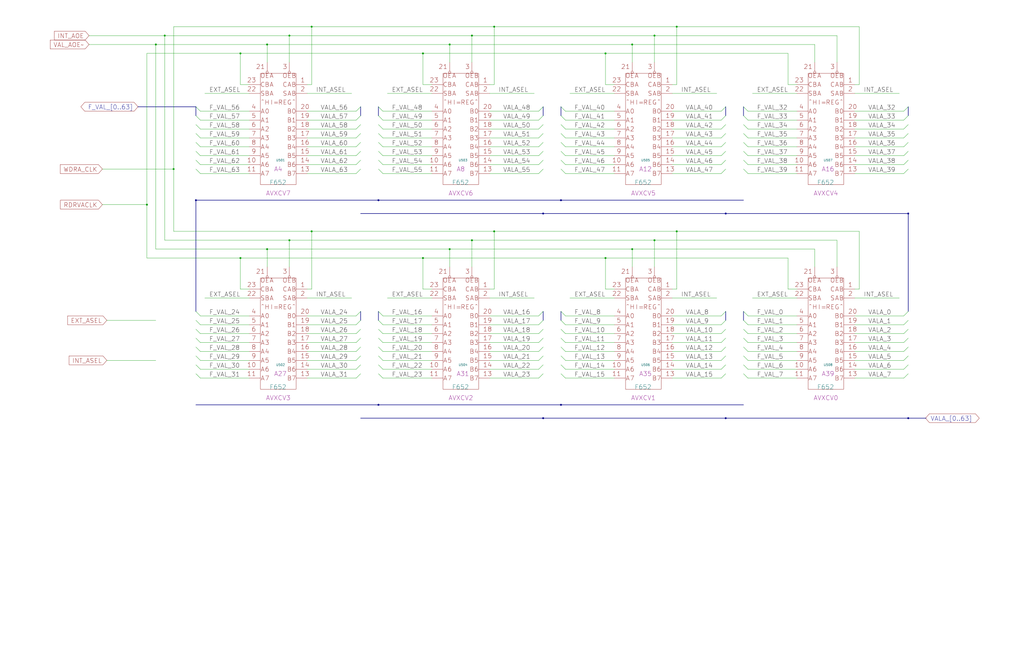
<source format=kicad_sch>
(kicad_sch (version 20210621) (generator eeschema)
  (paper "User" 584.2 378.46)
  (title_block (title "AXCVR\\nVALUE") (date "08-MAR-90") (rev "0.0") (comment 1 "MEM32 BOARD") (comment 2 "232-003066") (comment 3 "S400") (comment 4 "RELEASED"))
  (lib_symbols
    (symbol "r1000:F652" (pin_numbers hide) (pin_names (offset 1.016) hide)
      (property "Reference" "U" (at 2.54 5.08 0))
      (property "Value" "F652" (at -3.81 -7.62 0))
      (property "Location" "___" (at -1.27 0 0))
      (property "Name" "______" (at 1.27 -15.24 0))
      (symbol "F652_1_1"
        (rectangle (start -8.89 54.61) (end 11.43 -8.89))
        (circle (center -5.08 55.245) (radius 0.635))
        (circle (center 7.62 55.245) (radius 0.635))
        (text "0" (at -12.7 5.08 0) (effects (font (size 2.54 2.54))))
        (text "0" (at -5.08 33.02 0) (effects (font (size 2.54 2.54))))
        (text "0" (at 10.16 33.02 0) (effects (font (size 2.54 2.54))))
        (text "0" (at 17.78 35.56 0) (effects (font (size 2.54 2.54))))
        (text "1" (at -15.24 0 0) (effects (font (size 2.54 2.54))))
        (text "1" (at -15.24 5.08 0) (effects (font (size 2.54 2.54))))
        (text "1" (at -12.7 0 0) (effects (font (size 2.54 2.54))))
        (text "1" (at -7.62 58.42 0) (effects (font (size 2.54 2.54))))
        (text "1" (at -5.08 27.94 0) (effects (font (size 2.54 2.54))))
        (text "1" (at 10.16 27.94 0) (effects (font (size 2.54 2.54))))
        (text "1" (at 15.24 0 0) (effects (font (size 2.54 2.54))))
        (text "1" (at 15.24 5.08 0) (effects (font (size 2.54 2.54))))
        (text "1" (at 15.24 10.16 0) (effects (font (size 2.54 2.54))))
        (text "1" (at 15.24 15.24 0) (effects (font (size 2.54 2.54))))
        (text "1" (at 15.24 20.32 0) (effects (font (size 2.54 2.54))))
        (text "1" (at 15.24 25.4 0) (effects (font (size 2.54 2.54))))
        (text "1" (at 15.24 30.48 0) (effects (font (size 2.54 2.54))))
        (text "1" (at 15.24 50.8 0) (effects (font (size 2.54 2.54))))
        (text "2" (at -15.24 45.72 0) (effects (font (size 2.54 2.54))))
        (text "2" (at -15.24 50.8 0) (effects (font (size 2.54 2.54))))
        (text "2" (at -12.7 45.72 0) (effects (font (size 2.54 2.54))))
        (text "2" (at -10.16 58.42 0) (effects (font (size 2.54 2.54))))
        (text "2" (at -5.08 22.86 0) (effects (font (size 2.54 2.54))))
        (text "2" (at 10.16 22.86 0) (effects (font (size 2.54 2.54))))
        (text "2" (at 15.24 35.56 0) (effects (font (size 2.54 2.54))))
        (text "2" (at 15.24 45.72 0) (effects (font (size 2.54 2.54))))
        (text "3" (at -12.7 50.8 0) (effects (font (size 2.54 2.54))))
        (text "3" (at -5.08 17.78 0) (effects (font (size 2.54 2.54))))
        (text "3" (at 5.08 58.42 0) (effects (font (size 2.54 2.54))))
        (text "3" (at 10.16 17.78 0) (effects (font (size 2.54 2.54))))
        (text "3" (at 17.78 0 0) (effects (font (size 2.54 2.54))))
        (text "4" (at -12.7 35.56 0) (effects (font (size 2.54 2.54))))
        (text "4" (at -5.08 12.7 0) (effects (font (size 2.54 2.54))))
        (text "4" (at 10.16 12.7 0) (effects (font (size 2.54 2.54))))
        (text "4" (at 17.78 5.08 0) (effects (font (size 2.54 2.54))))
        (text "5" (at -12.7 30.48 0) (effects (font (size 2.54 2.54))))
        (text "5" (at -5.08 7.62 0) (effects (font (size 2.54 2.54))))
        (text "5" (at 10.16 7.62 0) (effects (font (size 2.54 2.54))))
        (text "5" (at 17.78 10.16 0) (effects (font (size 2.54 2.54))))
        (text "6" (at -12.7 25.4 0) (effects (font (size 2.54 2.54))))
        (text "6" (at -5.08 2.54 0) (effects (font (size 2.54 2.54))))
        (text "6" (at 10.16 2.54 0) (effects (font (size 2.54 2.54))))
        (text "6" (at 17.78 15.24 0) (effects (font (size 2.54 2.54))))
        (text "7" (at -12.7 20.32 0) (effects (font (size 2.54 2.54))))
        (text "7" (at -5.08 -2.54 0) (effects (font (size 2.54 2.54))))
        (text "7" (at 10.16 -2.54 0) (effects (font (size 2.54 2.54))))
        (text "7" (at 17.78 20.32 0) (effects (font (size 2.54 2.54))))
        (text "8" (at -12.7 15.24 0) (effects (font (size 2.54 2.54))))
        (text "8" (at 17.78 25.4 0) (effects (font (size 2.54 2.54))))
        (text "9" (at -12.7 10.16 0) (effects (font (size 2.54 2.54))))
        (text "9" (at 17.78 30.48 0) (effects (font (size 2.54 2.54))))
        (text "=" (at 0 38.1 0) (effects (font (size 2.54 2.54))))
        (text "^" (at -7.62 38.1 0) (effects (font (size 2.54 2.54))))
        (text "^" (at 10.16 38.1 0) (effects (font (size 2.54 2.54))))
        (text "A" (at -7.62 -2.54 0) (effects (font (size 2.54 2.54))))
        (text "A" (at -7.62 2.54 0) (effects (font (size 2.54 2.54))))
        (text "A" (at -7.62 7.62 0) (effects (font (size 2.54 2.54))))
        (text "A" (at -7.62 12.7 0) (effects (font (size 2.54 2.54))))
        (text "A" (at -7.62 17.78 0) (effects (font (size 2.54 2.54))))
        (text "A" (at -7.62 22.86 0) (effects (font (size 2.54 2.54))))
        (text "A" (at -7.62 27.94 0) (effects (font (size 2.54 2.54))))
        (text "A" (at -7.62 33.02 0) (effects (font (size 2.54 2.54))))
        (text "A" (at -2.54 43.18 0) (effects (font (size 2.54 2.54))))
        (text "A" (at -2.54 48.26 0) (effects (font (size 2.54 2.54))))
        (text "A" (at -2.54 53.34 0) (effects (font (size 2.54 2.54))))
        (text "A" (at 7.62 43.18 0) (effects (font (size 2.54 2.54))))
        (text "A" (at 7.62 48.26 0) (effects (font (size 2.54 2.54))))
        (text "B" (at -5.08 43.18 0) (effects (font (size 2.54 2.54))))
        (text "B" (at -5.08 48.26 0) (effects (font (size 2.54 2.54))))
        (text "B" (at 7.62 -2.54 0) (effects (font (size 2.54 2.54))))
        (text "B" (at 7.62 2.54 0) (effects (font (size 2.54 2.54))))
        (text "B" (at 7.62 7.62 0) (effects (font (size 2.54 2.54))))
        (text "B" (at 7.62 12.7 0) (effects (font (size 2.54 2.54))))
        (text "B" (at 7.62 17.78 0) (effects (font (size 2.54 2.54))))
        (text "B" (at 7.62 22.86 0) (effects (font (size 2.54 2.54))))
        (text "B" (at 7.62 27.94 0) (effects (font (size 2.54 2.54))))
        (text "B" (at 7.62 33.02 0) (effects (font (size 2.54 2.54))))
        (text "B" (at 10.16 43.18 0) (effects (font (size 2.54 2.54))))
        (text "B" (at 10.16 48.26 0) (effects (font (size 2.54 2.54))))
        (text "B" (at 10.16 53.34 0) (effects (font (size 2.54 2.54))))
        (text "C" (at -7.62 48.26 0) (effects (font (size 2.54 2.54))))
        (text "C" (at 5.08 48.26 0) (effects (font (size 2.54 2.54))))
        (text "E" (at -5.08 53.34 0) (effects (font (size 2.54 2.54))))
        (text "E" (at 5.08 38.1 0) (effects (font (size 2.54 2.54))))
        (text "E" (at 7.62 53.34 0) (effects (font (size 2.54 2.54))))
        (text "G" (at 7.62 38.1 0) (effects (font (size 2.54 2.54))))
        (text "H" (at -5.08 38.1 0) (effects (font (size 2.54 2.54))))
        (text "I" (at -2.54 38.1 0) (effects (font (size 2.54 2.54))))
        (text "O" (at -7.62 53.34 0) (effects (font (size 2.54 2.54))))
        (text "O" (at 5.08 53.34 0) (effects (font (size 2.54 2.54))))
        (text "R" (at 2.54 38.1 0) (effects (font (size 2.54 2.54))))
        (text "S" (at -7.62 43.18 0) (effects (font (size 2.54 2.54))))
        (text "S" (at 5.08 43.18 0) (effects (font (size 2.54 2.54))))
        (pin input line (at 17.78 48.26 180) (length 6.35) (name "CAB") (number "1"))
        (pin tri_state line (at -15.24 2.54 0) (length 6.35) (name "A6") (number "10"))
        (pin tri_state line (at -15.24 -2.54 0) (length 6.35) (name "A7") (number "11"))
        (pin tri_state line (at 17.78 -2.54 180) (length 6.35) (name "B7") (number "13"))
        (pin tri_state line (at 17.78 2.54 180) (length 6.35) (name "B6") (number "14"))
        (pin tri_state line (at 17.78 7.62 180) (length 6.35) (name "B5") (number "15"))
        (pin tri_state line (at 17.78 12.7 180) (length 6.35) (name "B4") (number "16"))
        (pin tri_state line (at 17.78 17.78 180) (length 6.35) (name "B3") (number "17"))
        (pin tri_state line (at 17.78 22.86 180) (length 6.35) (name "B2") (number "18"))
        (pin tri_state line (at 17.78 27.94 180) (length 6.35) (name "B1") (number "19"))
        (pin input line (at 17.78 43.18 180) (length 6.35) (name "SAB") (number "2"))
        (pin tri_state line (at 17.78 33.02 180) (length 6.35) (name "B0") (number "20"))
        (pin input line (at -5.08 60.96 270) (length 5.08) (name "OEA_") (number "21"))
        (pin input line (at -15.24 43.18 0) (length 6.35) (name "SBA") (number "22"))
        (pin input line (at -15.24 48.26 0) (length 6.35) (name "CBA") (number "23"))
        (pin input line (at 7.62 60.96 270) (length 5.08) (name "OEB_") (number "3"))
        (pin tri_state line (at -15.24 33.02 0) (length 6.35) (name "A0") (number "4"))
        (pin tri_state line (at -15.24 27.94 0) (length 6.35) (name "A1") (number "5"))
        (pin tri_state line (at -15.24 22.86 0) (length 6.35) (name "A2") (number "6"))
        (pin tri_state line (at -15.24 17.78 0) (length 6.35) (name "A3") (number "7"))
        (pin tri_state line (at -15.24 12.7 0) (length 6.35) (name "A4") (number "8"))
        (pin tri_state line (at -15.24 7.62 0) (length 6.35) (name "A5") (number "9"))
      )
    )
  )
  (junction (at 83.82 116.84))
  (junction (at 88.9 25.4))
  (junction (at 93.98 20.32))
  (junction (at 99.06 96.52))
  (junction (at 137.16 30.48))
  (junction (at 137.16 147.32))
  (junction (at 152.4 25.4))
  (junction (at 152.4 142.24))
  (junction (at 165.1 20.32))
  (junction (at 165.1 137.16))
  (junction (at 177.8 15.24))
  (junction (at 177.8 132.08))
  (junction (at 241.3 30.48))
  (junction (at 241.3 147.32))
  (junction (at 256.54 25.4))
  (junction (at 256.54 142.24))
  (junction (at 269.24 20.32))
  (junction (at 269.24 137.16))
  (junction (at 281.94 15.24))
  (junction (at 281.94 132.08))
  (junction (at 345.44 30.48))
  (junction (at 345.44 147.32))
  (junction (at 360.68 25.4))
  (junction (at 360.68 142.24))
  (junction (at 373.38 20.32))
  (junction (at 373.38 137.16))
  (junction (at 386.08 15.24))
  (junction (at 386.08 132.08))
  (junction (at 111.76 114.3))
  (junction (at 215.9 114.3))
  (junction (at 215.9 231.14))
  (junction (at 309.88 121.92))
  (junction (at 309.88 238.76))
  (junction (at 320.04 114.3))
  (junction (at 320.04 231.14))
  (junction (at 414.02 121.92))
  (junction (at 414.02 238.76))
  (junction (at 518.16 121.92))
  (junction (at 518.16 238.76))
  (bus_entry (at 111.76 60.96) (size 2.54 2.54))
  (bus_entry (at 111.76 66.04) (size 2.54 2.54))
  (bus_entry (at 111.76 71.12) (size 2.54 2.54))
  (bus_entry (at 111.76 76.2) (size 2.54 2.54))
  (bus_entry (at 111.76 81.28) (size 2.54 2.54))
  (bus_entry (at 111.76 86.36) (size 2.54 2.54))
  (bus_entry (at 111.76 91.44) (size 2.54 2.54))
  (bus_entry (at 111.76 96.52) (size 2.54 2.54))
  (bus_entry (at 111.76 177.8) (size 2.54 2.54))
  (bus_entry (at 111.76 182.88) (size 2.54 2.54))
  (bus_entry (at 111.76 187.96) (size 2.54 2.54))
  (bus_entry (at 111.76 193.04) (size 2.54 2.54))
  (bus_entry (at 111.76 198.12) (size 2.54 2.54))
  (bus_entry (at 111.76 203.2) (size 2.54 2.54))
  (bus_entry (at 111.76 208.28) (size 2.54 2.54))
  (bus_entry (at 111.76 213.36) (size 2.54 2.54))
  (bus_entry (at 205.74 60.96) (size -2.54 2.54))
  (bus_entry (at 205.74 66.04) (size -2.54 2.54))
  (bus_entry (at 205.74 71.12) (size -2.54 2.54))
  (bus_entry (at 205.74 76.2) (size -2.54 2.54))
  (bus_entry (at 205.74 81.28) (size -2.54 2.54))
  (bus_entry (at 205.74 86.36) (size -2.54 2.54))
  (bus_entry (at 205.74 91.44) (size -2.54 2.54))
  (bus_entry (at 205.74 96.52) (size -2.54 2.54))
  (bus_entry (at 205.74 177.8) (size -2.54 2.54))
  (bus_entry (at 205.74 182.88) (size -2.54 2.54))
  (bus_entry (at 205.74 187.96) (size -2.54 2.54))
  (bus_entry (at 205.74 193.04) (size -2.54 2.54))
  (bus_entry (at 205.74 198.12) (size -2.54 2.54))
  (bus_entry (at 205.74 203.2) (size -2.54 2.54))
  (bus_entry (at 205.74 208.28) (size -2.54 2.54))
  (bus_entry (at 205.74 213.36) (size -2.54 2.54))
  (bus_entry (at 215.9 60.96) (size 2.54 2.54))
  (bus_entry (at 215.9 66.04) (size 2.54 2.54))
  (bus_entry (at 215.9 71.12) (size 2.54 2.54))
  (bus_entry (at 215.9 76.2) (size 2.54 2.54))
  (bus_entry (at 215.9 81.28) (size 2.54 2.54))
  (bus_entry (at 215.9 86.36) (size 2.54 2.54))
  (bus_entry (at 215.9 91.44) (size 2.54 2.54))
  (bus_entry (at 215.9 96.52) (size 2.54 2.54))
  (bus_entry (at 215.9 177.8) (size 2.54 2.54))
  (bus_entry (at 215.9 182.88) (size 2.54 2.54))
  (bus_entry (at 215.9 187.96) (size 2.54 2.54))
  (bus_entry (at 215.9 193.04) (size 2.54 2.54))
  (bus_entry (at 215.9 198.12) (size 2.54 2.54))
  (bus_entry (at 215.9 203.2) (size 2.54 2.54))
  (bus_entry (at 215.9 208.28) (size 2.54 2.54))
  (bus_entry (at 215.9 213.36) (size 2.54 2.54))
  (bus_entry (at 309.88 60.96) (size -2.54 2.54))
  (bus_entry (at 309.88 66.04) (size -2.54 2.54))
  (bus_entry (at 309.88 71.12) (size -2.54 2.54))
  (bus_entry (at 309.88 76.2) (size -2.54 2.54))
  (bus_entry (at 309.88 81.28) (size -2.54 2.54))
  (bus_entry (at 309.88 86.36) (size -2.54 2.54))
  (bus_entry (at 309.88 91.44) (size -2.54 2.54))
  (bus_entry (at 309.88 96.52) (size -2.54 2.54))
  (bus_entry (at 309.88 177.8) (size -2.54 2.54))
  (bus_entry (at 309.88 182.88) (size -2.54 2.54))
  (bus_entry (at 309.88 187.96) (size -2.54 2.54))
  (bus_entry (at 309.88 193.04) (size -2.54 2.54))
  (bus_entry (at 309.88 198.12) (size -2.54 2.54))
  (bus_entry (at 309.88 203.2) (size -2.54 2.54))
  (bus_entry (at 309.88 208.28) (size -2.54 2.54))
  (bus_entry (at 309.88 213.36) (size -2.54 2.54))
  (bus_entry (at 320.04 60.96) (size 2.54 2.54))
  (bus_entry (at 320.04 66.04) (size 2.54 2.54))
  (bus_entry (at 320.04 71.12) (size 2.54 2.54))
  (bus_entry (at 320.04 76.2) (size 2.54 2.54))
  (bus_entry (at 320.04 81.28) (size 2.54 2.54))
  (bus_entry (at 320.04 86.36) (size 2.54 2.54))
  (bus_entry (at 320.04 91.44) (size 2.54 2.54))
  (bus_entry (at 320.04 96.52) (size 2.54 2.54))
  (bus_entry (at 320.04 177.8) (size 2.54 2.54))
  (bus_entry (at 320.04 182.88) (size 2.54 2.54))
  (bus_entry (at 320.04 187.96) (size 2.54 2.54))
  (bus_entry (at 320.04 193.04) (size 2.54 2.54))
  (bus_entry (at 320.04 198.12) (size 2.54 2.54))
  (bus_entry (at 320.04 203.2) (size 2.54 2.54))
  (bus_entry (at 320.04 208.28) (size 2.54 2.54))
  (bus_entry (at 320.04 213.36) (size 2.54 2.54))
  (bus_entry (at 414.02 60.96) (size -2.54 2.54))
  (bus_entry (at 414.02 66.04) (size -2.54 2.54))
  (bus_entry (at 414.02 71.12) (size -2.54 2.54))
  (bus_entry (at 414.02 76.2) (size -2.54 2.54))
  (bus_entry (at 414.02 81.28) (size -2.54 2.54))
  (bus_entry (at 414.02 86.36) (size -2.54 2.54))
  (bus_entry (at 414.02 91.44) (size -2.54 2.54))
  (bus_entry (at 414.02 96.52) (size -2.54 2.54))
  (bus_entry (at 414.02 177.8) (size -2.54 2.54))
  (bus_entry (at 414.02 182.88) (size -2.54 2.54))
  (bus_entry (at 414.02 187.96) (size -2.54 2.54))
  (bus_entry (at 414.02 193.04) (size -2.54 2.54))
  (bus_entry (at 414.02 198.12) (size -2.54 2.54))
  (bus_entry (at 414.02 203.2) (size -2.54 2.54))
  (bus_entry (at 414.02 208.28) (size -2.54 2.54))
  (bus_entry (at 414.02 213.36) (size -2.54 2.54))
  (bus_entry (at 424.18 60.96) (size 2.54 2.54))
  (bus_entry (at 424.18 66.04) (size 2.54 2.54))
  (bus_entry (at 424.18 71.12) (size 2.54 2.54))
  (bus_entry (at 424.18 76.2) (size 2.54 2.54))
  (bus_entry (at 424.18 81.28) (size 2.54 2.54))
  (bus_entry (at 424.18 86.36) (size 2.54 2.54))
  (bus_entry (at 424.18 91.44) (size 2.54 2.54))
  (bus_entry (at 424.18 96.52) (size 2.54 2.54))
  (bus_entry (at 424.18 177.8) (size 2.54 2.54))
  (bus_entry (at 424.18 182.88) (size 2.54 2.54))
  (bus_entry (at 424.18 187.96) (size 2.54 2.54))
  (bus_entry (at 424.18 193.04) (size 2.54 2.54))
  (bus_entry (at 424.18 198.12) (size 2.54 2.54))
  (bus_entry (at 424.18 203.2) (size 2.54 2.54))
  (bus_entry (at 424.18 208.28) (size 2.54 2.54))
  (bus_entry (at 424.18 213.36) (size 2.54 2.54))
  (bus_entry (at 518.16 60.96) (size -2.54 2.54))
  (bus_entry (at 518.16 66.04) (size -2.54 2.54))
  (bus_entry (at 518.16 71.12) (size -2.54 2.54))
  (bus_entry (at 518.16 76.2) (size -2.54 2.54))
  (bus_entry (at 518.16 81.28) (size -2.54 2.54))
  (bus_entry (at 518.16 86.36) (size -2.54 2.54))
  (bus_entry (at 518.16 91.44) (size -2.54 2.54))
  (bus_entry (at 518.16 96.52) (size -2.54 2.54))
  (bus_entry (at 518.16 177.8) (size -2.54 2.54))
  (bus_entry (at 518.16 182.88) (size -2.54 2.54))
  (bus_entry (at 518.16 187.96) (size -2.54 2.54))
  (bus_entry (at 518.16 193.04) (size -2.54 2.54))
  (bus_entry (at 518.16 198.12) (size -2.54 2.54))
  (bus_entry (at 518.16 203.2) (size -2.54 2.54))
  (bus_entry (at 518.16 208.28) (size -2.54 2.54))
  (bus_entry (at 518.16 213.36) (size -2.54 2.54))
  (wire (pts (xy 50.8 20.32) (xy 93.98 20.32)))
  (wire (pts (xy 50.8 25.4) (xy 88.9 25.4)))
  (wire (pts (xy 58.42 96.52) (xy 99.06 96.52)))
  (wire (pts (xy 58.42 116.84) (xy 83.82 116.84)))
  (wire (pts (xy 60.96 182.88) (xy 88.9 182.88)))
  (wire (pts (xy 60.96 205.74) (xy 88.9 205.74)))
  (wire (pts (xy 83.82 30.48) (xy 83.82 116.84)))
  (wire (pts (xy 83.82 116.84) (xy 83.82 147.32)))
  (wire (pts (xy 83.82 147.32) (xy 137.16 147.32)))
  (wire (pts (xy 88.9 25.4) (xy 152.4 25.4)))
  (wire (pts (xy 88.9 142.24) (xy 88.9 25.4)))
  (wire (pts (xy 93.98 20.32) (xy 93.98 137.16)))
  (wire (pts (xy 93.98 137.16) (xy 165.1 137.16)))
  (wire (pts (xy 99.06 15.24) (xy 177.8 15.24)))
  (wire (pts (xy 99.06 96.52) (xy 99.06 15.24)))
  (wire (pts (xy 99.06 132.08) (xy 99.06 96.52)))
  (wire (pts (xy 114.3 63.5) (xy 142.24 63.5)))
  (wire (pts (xy 114.3 68.58) (xy 142.24 68.58)))
  (wire (pts (xy 114.3 73.66) (xy 142.24 73.66)))
  (wire (pts (xy 114.3 78.74) (xy 142.24 78.74)))
  (wire (pts (xy 114.3 83.82) (xy 142.24 83.82)))
  (wire (pts (xy 114.3 88.9) (xy 142.24 88.9)))
  (wire (pts (xy 114.3 93.98) (xy 142.24 93.98)))
  (wire (pts (xy 114.3 99.06) (xy 142.24 99.06)))
  (wire (pts (xy 114.3 180.34) (xy 142.24 180.34)))
  (wire (pts (xy 114.3 185.42) (xy 142.24 185.42)))
  (wire (pts (xy 114.3 190.5) (xy 142.24 190.5)))
  (wire (pts (xy 114.3 195.58) (xy 142.24 195.58)))
  (wire (pts (xy 114.3 200.66) (xy 142.24 200.66)))
  (wire (pts (xy 114.3 205.74) (xy 142.24 205.74)))
  (wire (pts (xy 114.3 210.82) (xy 142.24 210.82)))
  (wire (pts (xy 114.3 215.9) (xy 142.24 215.9)))
  (wire (pts (xy 116.84 53.34) (xy 142.24 53.34)))
  (wire (pts (xy 116.84 170.18) (xy 142.24 170.18)))
  (wire (pts (xy 137.16 30.48) (xy 83.82 30.48)))
  (wire (pts (xy 137.16 30.48) (xy 137.16 48.26)))
  (wire (pts (xy 137.16 147.32) (xy 137.16 165.1)))
  (wire (pts (xy 137.16 147.32) (xy 241.3 147.32)))
  (wire (pts (xy 142.24 48.26) (xy 137.16 48.26)))
  (wire (pts (xy 142.24 165.1) (xy 137.16 165.1)))
  (wire (pts (xy 152.4 25.4) (xy 152.4 35.56)))
  (wire (pts (xy 152.4 25.4) (xy 256.54 25.4)))
  (wire (pts (xy 152.4 142.24) (xy 88.9 142.24)))
  (wire (pts (xy 152.4 142.24) (xy 152.4 152.4)))
  (wire (pts (xy 165.1 20.32) (xy 93.98 20.32)))
  (wire (pts (xy 165.1 20.32) (xy 165.1 35.56)))
  (wire (pts (xy 165.1 137.16) (xy 165.1 152.4)))
  (wire (pts (xy 165.1 137.16) (xy 269.24 137.16)))
  (wire (pts (xy 175.26 48.26) (xy 177.8 48.26)))
  (wire (pts (xy 175.26 53.34) (xy 200.66 53.34)))
  (wire (pts (xy 175.26 63.5) (xy 203.2 63.5)))
  (wire (pts (xy 175.26 68.58) (xy 203.2 68.58)))
  (wire (pts (xy 175.26 73.66) (xy 203.2 73.66)))
  (wire (pts (xy 175.26 78.74) (xy 203.2 78.74)))
  (wire (pts (xy 175.26 83.82) (xy 203.2 83.82)))
  (wire (pts (xy 175.26 88.9) (xy 203.2 88.9)))
  (wire (pts (xy 175.26 93.98) (xy 203.2 93.98)))
  (wire (pts (xy 175.26 99.06) (xy 203.2 99.06)))
  (wire (pts (xy 175.26 165.1) (xy 177.8 165.1)))
  (wire (pts (xy 175.26 170.18) (xy 200.66 170.18)))
  (wire (pts (xy 175.26 180.34) (xy 203.2 180.34)))
  (wire (pts (xy 175.26 185.42) (xy 203.2 185.42)))
  (wire (pts (xy 175.26 190.5) (xy 203.2 190.5)))
  (wire (pts (xy 175.26 195.58) (xy 203.2 195.58)))
  (wire (pts (xy 175.26 200.66) (xy 203.2 200.66)))
  (wire (pts (xy 175.26 205.74) (xy 203.2 205.74)))
  (wire (pts (xy 175.26 210.82) (xy 203.2 210.82)))
  (wire (pts (xy 175.26 215.9) (xy 203.2 215.9)))
  (wire (pts (xy 177.8 15.24) (xy 177.8 48.26)))
  (wire (pts (xy 177.8 15.24) (xy 281.94 15.24)))
  (wire (pts (xy 177.8 132.08) (xy 99.06 132.08)))
  (wire (pts (xy 177.8 132.08) (xy 177.8 165.1)))
  (wire (pts (xy 218.44 63.5) (xy 246.38 63.5)))
  (wire (pts (xy 218.44 68.58) (xy 246.38 68.58)))
  (wire (pts (xy 218.44 73.66) (xy 246.38 73.66)))
  (wire (pts (xy 218.44 78.74) (xy 246.38 78.74)))
  (wire (pts (xy 218.44 83.82) (xy 246.38 83.82)))
  (wire (pts (xy 218.44 88.9) (xy 246.38 88.9)))
  (wire (pts (xy 218.44 93.98) (xy 246.38 93.98)))
  (wire (pts (xy 218.44 99.06) (xy 246.38 99.06)))
  (wire (pts (xy 218.44 180.34) (xy 246.38 180.34)))
  (wire (pts (xy 218.44 185.42) (xy 246.38 185.42)))
  (wire (pts (xy 218.44 190.5) (xy 246.38 190.5)))
  (wire (pts (xy 218.44 195.58) (xy 246.38 195.58)))
  (wire (pts (xy 218.44 200.66) (xy 246.38 200.66)))
  (wire (pts (xy 218.44 205.74) (xy 246.38 205.74)))
  (wire (pts (xy 218.44 210.82) (xy 246.38 210.82)))
  (wire (pts (xy 218.44 215.9) (xy 246.38 215.9)))
  (wire (pts (xy 220.98 53.34) (xy 246.38 53.34)))
  (wire (pts (xy 220.98 170.18) (xy 246.38 170.18)))
  (wire (pts (xy 241.3 30.48) (xy 137.16 30.48)))
  (wire (pts (xy 241.3 30.48) (xy 241.3 48.26)))
  (wire (pts (xy 241.3 147.32) (xy 241.3 165.1)))
  (wire (pts (xy 241.3 147.32) (xy 345.44 147.32)))
  (wire (pts (xy 246.38 48.26) (xy 241.3 48.26)))
  (wire (pts (xy 246.38 165.1) (xy 241.3 165.1)))
  (wire (pts (xy 256.54 25.4) (xy 256.54 35.56)))
  (wire (pts (xy 256.54 25.4) (xy 360.68 25.4)))
  (wire (pts (xy 256.54 142.24) (xy 152.4 142.24)))
  (wire (pts (xy 256.54 142.24) (xy 256.54 152.4)))
  (wire (pts (xy 269.24 20.32) (xy 165.1 20.32)))
  (wire (pts (xy 269.24 20.32) (xy 269.24 35.56)))
  (wire (pts (xy 269.24 137.16) (xy 269.24 152.4)))
  (wire (pts (xy 269.24 137.16) (xy 373.38 137.16)))
  (wire (pts (xy 279.4 48.26) (xy 281.94 48.26)))
  (wire (pts (xy 279.4 53.34) (xy 304.8 53.34)))
  (wire (pts (xy 279.4 63.5) (xy 307.34 63.5)))
  (wire (pts (xy 279.4 68.58) (xy 307.34 68.58)))
  (wire (pts (xy 279.4 73.66) (xy 307.34 73.66)))
  (wire (pts (xy 279.4 78.74) (xy 307.34 78.74)))
  (wire (pts (xy 279.4 83.82) (xy 307.34 83.82)))
  (wire (pts (xy 279.4 88.9) (xy 307.34 88.9)))
  (wire (pts (xy 279.4 93.98) (xy 307.34 93.98)))
  (wire (pts (xy 279.4 99.06) (xy 307.34 99.06)))
  (wire (pts (xy 279.4 165.1) (xy 281.94 165.1)))
  (wire (pts (xy 279.4 170.18) (xy 304.8 170.18)))
  (wire (pts (xy 279.4 180.34) (xy 307.34 180.34)))
  (wire (pts (xy 279.4 185.42) (xy 307.34 185.42)))
  (wire (pts (xy 279.4 190.5) (xy 307.34 190.5)))
  (wire (pts (xy 279.4 195.58) (xy 307.34 195.58)))
  (wire (pts (xy 279.4 200.66) (xy 307.34 200.66)))
  (wire (pts (xy 279.4 205.74) (xy 307.34 205.74)))
  (wire (pts (xy 279.4 210.82) (xy 307.34 210.82)))
  (wire (pts (xy 279.4 215.9) (xy 307.34 215.9)))
  (wire (pts (xy 281.94 15.24) (xy 281.94 48.26)))
  (wire (pts (xy 281.94 15.24) (xy 386.08 15.24)))
  (wire (pts (xy 281.94 132.08) (xy 177.8 132.08)))
  (wire (pts (xy 281.94 132.08) (xy 281.94 165.1)))
  (wire (pts (xy 322.58 63.5) (xy 350.52 63.5)))
  (wire (pts (xy 322.58 68.58) (xy 350.52 68.58)))
  (wire (pts (xy 322.58 73.66) (xy 350.52 73.66)))
  (wire (pts (xy 322.58 78.74) (xy 350.52 78.74)))
  (wire (pts (xy 322.58 83.82) (xy 350.52 83.82)))
  (wire (pts (xy 322.58 88.9) (xy 350.52 88.9)))
  (wire (pts (xy 322.58 93.98) (xy 350.52 93.98)))
  (wire (pts (xy 322.58 99.06) (xy 350.52 99.06)))
  (wire (pts (xy 322.58 180.34) (xy 350.52 180.34)))
  (wire (pts (xy 322.58 185.42) (xy 350.52 185.42)))
  (wire (pts (xy 322.58 190.5) (xy 350.52 190.5)))
  (wire (pts (xy 322.58 195.58) (xy 350.52 195.58)))
  (wire (pts (xy 322.58 200.66) (xy 350.52 200.66)))
  (wire (pts (xy 322.58 205.74) (xy 350.52 205.74)))
  (wire (pts (xy 322.58 210.82) (xy 350.52 210.82)))
  (wire (pts (xy 322.58 215.9) (xy 350.52 215.9)))
  (wire (pts (xy 325.12 53.34) (xy 350.52 53.34)))
  (wire (pts (xy 325.12 170.18) (xy 350.52 170.18)))
  (wire (pts (xy 345.44 30.48) (xy 241.3 30.48)))
  (wire (pts (xy 345.44 30.48) (xy 345.44 48.26)))
  (wire (pts (xy 345.44 147.32) (xy 345.44 165.1)))
  (wire (pts (xy 345.44 147.32) (xy 449.58 147.32)))
  (wire (pts (xy 350.52 48.26) (xy 345.44 48.26)))
  (wire (pts (xy 350.52 165.1) (xy 345.44 165.1)))
  (wire (pts (xy 360.68 25.4) (xy 360.68 35.56)))
  (wire (pts (xy 360.68 25.4) (xy 464.82 25.4)))
  (wire (pts (xy 360.68 142.24) (xy 256.54 142.24)))
  (wire (pts (xy 360.68 142.24) (xy 360.68 152.4)))
  (wire (pts (xy 373.38 20.32) (xy 269.24 20.32)))
  (wire (pts (xy 373.38 20.32) (xy 373.38 35.56)))
  (wire (pts (xy 373.38 137.16) (xy 373.38 152.4)))
  (wire (pts (xy 373.38 137.16) (xy 477.52 137.16)))
  (wire (pts (xy 383.54 48.26) (xy 386.08 48.26)))
  (wire (pts (xy 383.54 53.34) (xy 408.94 53.34)))
  (wire (pts (xy 383.54 63.5) (xy 411.48 63.5)))
  (wire (pts (xy 383.54 68.58) (xy 411.48 68.58)))
  (wire (pts (xy 383.54 73.66) (xy 411.48 73.66)))
  (wire (pts (xy 383.54 78.74) (xy 411.48 78.74)))
  (wire (pts (xy 383.54 83.82) (xy 411.48 83.82)))
  (wire (pts (xy 383.54 88.9) (xy 411.48 88.9)))
  (wire (pts (xy 383.54 93.98) (xy 411.48 93.98)))
  (wire (pts (xy 383.54 99.06) (xy 411.48 99.06)))
  (wire (pts (xy 383.54 165.1) (xy 386.08 165.1)))
  (wire (pts (xy 383.54 170.18) (xy 408.94 170.18)))
  (wire (pts (xy 383.54 180.34) (xy 411.48 180.34)))
  (wire (pts (xy 383.54 185.42) (xy 411.48 185.42)))
  (wire (pts (xy 383.54 190.5) (xy 411.48 190.5)))
  (wire (pts (xy 383.54 195.58) (xy 411.48 195.58)))
  (wire (pts (xy 383.54 200.66) (xy 411.48 200.66)))
  (wire (pts (xy 383.54 205.74) (xy 411.48 205.74)))
  (wire (pts (xy 383.54 210.82) (xy 411.48 210.82)))
  (wire (pts (xy 383.54 215.9) (xy 411.48 215.9)))
  (wire (pts (xy 386.08 15.24) (xy 386.08 48.26)))
  (wire (pts (xy 386.08 15.24) (xy 490.22 15.24)))
  (wire (pts (xy 386.08 132.08) (xy 281.94 132.08)))
  (wire (pts (xy 386.08 132.08) (xy 386.08 165.1)))
  (wire (pts (xy 426.72 63.5) (xy 454.66 63.5)))
  (wire (pts (xy 426.72 68.58) (xy 454.66 68.58)))
  (wire (pts (xy 426.72 73.66) (xy 454.66 73.66)))
  (wire (pts (xy 426.72 78.74) (xy 454.66 78.74)))
  (wire (pts (xy 426.72 83.82) (xy 454.66 83.82)))
  (wire (pts (xy 426.72 88.9) (xy 454.66 88.9)))
  (wire (pts (xy 426.72 93.98) (xy 454.66 93.98)))
  (wire (pts (xy 426.72 99.06) (xy 454.66 99.06)))
  (wire (pts (xy 426.72 180.34) (xy 454.66 180.34)))
  (wire (pts (xy 426.72 185.42) (xy 454.66 185.42)))
  (wire (pts (xy 426.72 190.5) (xy 454.66 190.5)))
  (wire (pts (xy 426.72 195.58) (xy 454.66 195.58)))
  (wire (pts (xy 426.72 200.66) (xy 454.66 200.66)))
  (wire (pts (xy 426.72 205.74) (xy 454.66 205.74)))
  (wire (pts (xy 426.72 210.82) (xy 454.66 210.82)))
  (wire (pts (xy 426.72 215.9) (xy 454.66 215.9)))
  (wire (pts (xy 429.26 53.34) (xy 454.66 53.34)))
  (wire (pts (xy 429.26 170.18) (xy 454.66 170.18)))
  (wire (pts (xy 449.58 30.48) (xy 345.44 30.48)))
  (wire (pts (xy 449.58 30.48) (xy 449.58 48.26)))
  (wire (pts (xy 449.58 147.32) (xy 449.58 165.1)))
  (wire (pts (xy 454.66 48.26) (xy 449.58 48.26)))
  (wire (pts (xy 454.66 165.1) (xy 449.58 165.1)))
  (wire (pts (xy 464.82 25.4) (xy 464.82 35.56)))
  (wire (pts (xy 464.82 142.24) (xy 360.68 142.24)))
  (wire (pts (xy 464.82 142.24) (xy 464.82 152.4)))
  (wire (pts (xy 477.52 20.32) (xy 373.38 20.32)))
  (wire (pts (xy 477.52 20.32) (xy 477.52 35.56)))
  (wire (pts (xy 477.52 137.16) (xy 477.52 152.4)))
  (wire (pts (xy 487.68 48.26) (xy 490.22 48.26)))
  (wire (pts (xy 487.68 53.34) (xy 513.08 53.34)))
  (wire (pts (xy 487.68 63.5) (xy 515.62 63.5)))
  (wire (pts (xy 487.68 68.58) (xy 515.62 68.58)))
  (wire (pts (xy 487.68 73.66) (xy 515.62 73.66)))
  (wire (pts (xy 487.68 78.74) (xy 515.62 78.74)))
  (wire (pts (xy 487.68 83.82) (xy 515.62 83.82)))
  (wire (pts (xy 487.68 88.9) (xy 515.62 88.9)))
  (wire (pts (xy 487.68 93.98) (xy 515.62 93.98)))
  (wire (pts (xy 487.68 99.06) (xy 515.62 99.06)))
  (wire (pts (xy 487.68 165.1) (xy 490.22 165.1)))
  (wire (pts (xy 487.68 170.18) (xy 513.08 170.18)))
  (wire (pts (xy 487.68 180.34) (xy 515.62 180.34)))
  (wire (pts (xy 487.68 185.42) (xy 515.62 185.42)))
  (wire (pts (xy 487.68 190.5) (xy 515.62 190.5)))
  (wire (pts (xy 487.68 195.58) (xy 515.62 195.58)))
  (wire (pts (xy 487.68 200.66) (xy 515.62 200.66)))
  (wire (pts (xy 487.68 205.74) (xy 515.62 205.74)))
  (wire (pts (xy 487.68 210.82) (xy 515.62 210.82)))
  (wire (pts (xy 487.68 215.9) (xy 515.62 215.9)))
  (wire (pts (xy 490.22 15.24) (xy 490.22 48.26)))
  (wire (pts (xy 490.22 132.08) (xy 386.08 132.08)))
  (wire (pts (xy 490.22 132.08) (xy 490.22 165.1)))
  (bus (pts (xy 78.74 60.96) (xy 111.76 60.96)))
  (bus (pts (xy 111.76 60.96) (xy 111.76 114.3)))
  (bus (pts (xy 111.76 114.3) (xy 111.76 231.14)))
  (bus (pts (xy 111.76 114.3) (xy 215.9 114.3)))
  (bus (pts (xy 111.76 231.14) (xy 215.9 231.14)))
  (bus (pts (xy 205.74 60.96) (xy 205.74 121.92)))
  (bus (pts (xy 205.74 121.92) (xy 309.88 121.92)))
  (bus (pts (xy 205.74 177.8) (xy 205.74 238.76)))
  (bus (pts (xy 205.74 238.76) (xy 309.88 238.76)))
  (bus (pts (xy 215.9 60.96) (xy 215.9 114.3)))
  (bus (pts (xy 215.9 114.3) (xy 320.04 114.3)))
  (bus (pts (xy 215.9 177.8) (xy 215.9 231.14)))
  (bus (pts (xy 215.9 231.14) (xy 320.04 231.14)))
  (bus (pts (xy 309.88 60.96) (xy 309.88 121.92)))
  (bus (pts (xy 309.88 121.92) (xy 414.02 121.92)))
  (bus (pts (xy 309.88 177.8) (xy 309.88 238.76)))
  (bus (pts (xy 309.88 238.76) (xy 414.02 238.76)))
  (bus (pts (xy 320.04 60.96) (xy 320.04 114.3)))
  (bus (pts (xy 320.04 114.3) (xy 424.18 114.3)))
  (bus (pts (xy 320.04 177.8) (xy 320.04 231.14)))
  (bus (pts (xy 320.04 231.14) (xy 424.18 231.14)))
  (bus (pts (xy 414.02 60.96) (xy 414.02 121.92)))
  (bus (pts (xy 414.02 121.92) (xy 518.16 121.92)))
  (bus (pts (xy 414.02 177.8) (xy 414.02 238.76)))
  (bus (pts (xy 414.02 238.76) (xy 518.16 238.76)))
  (bus (pts (xy 424.18 60.96) (xy 424.18 114.3)))
  (bus (pts (xy 424.18 177.8) (xy 424.18 231.14)))
  (bus (pts (xy 518.16 60.96) (xy 518.16 121.92)))
  (bus (pts (xy 518.16 121.92) (xy 518.16 238.76)))
  (bus (pts (xy 518.16 238.76) (xy 528.32 238.76)))
  (label "EXT_ASEL" (at 119.38 53.34 0) (effects (font (size 2.54 2.54))))
  (label "F_VAL_56" (at 119.38 63.5 0) (effects (font (size 2.54 2.54))))
  (label "F_VAL_57" (at 119.38 68.58 0) (effects (font (size 2.54 2.54))))
  (label "F_VAL_58" (at 119.38 73.66 0) (effects (font (size 2.54 2.54))))
  (label "F_VAL_59" (at 119.38 78.74 0) (effects (font (size 2.54 2.54))))
  (label "F_VAL_60" (at 119.38 83.82 0) (effects (font (size 2.54 2.54))))
  (label "F_VAL_61" (at 119.38 88.9 0) (effects (font (size 2.54 2.54))))
  (label "F_VAL_62" (at 119.38 93.98 0) (effects (font (size 2.54 2.54))))
  (label "F_VAL_63" (at 119.38 99.06 0) (effects (font (size 2.54 2.54))))
  (label "EXT_ASEL" (at 119.38 170.18 0) (effects (font (size 2.54 2.54))))
  (label "F_VAL_24" (at 119.38 180.34 0) (effects (font (size 2.54 2.54))))
  (label "F_VAL_25" (at 119.38 185.42 0) (effects (font (size 2.54 2.54))))
  (label "F_VAL_26" (at 119.38 190.5 0) (effects (font (size 2.54 2.54))))
  (label "F_VAL_27" (at 119.38 195.58 0) (effects (font (size 2.54 2.54))))
  (label "F_VAL_28" (at 119.38 200.66 0) (effects (font (size 2.54 2.54))))
  (label "F_VAL_29" (at 119.38 205.74 0) (effects (font (size 2.54 2.54))))
  (label "F_VAL_30" (at 119.38 210.82 0) (effects (font (size 2.54 2.54))))
  (label "F_VAL_31" (at 119.38 215.9 0) (effects (font (size 2.54 2.54))))
  (label "INT_ASEL" (at 180.34 53.34 0) (effects (font (size 2.54 2.54))))
  (label "INT_ASEL" (at 180.34 170.18 0) (effects (font (size 2.54 2.54))))
  (label "VALA_56" (at 182.88 63.5 0) (effects (font (size 2.54 2.54))))
  (label "VALA_57" (at 182.88 68.58 0) (effects (font (size 2.54 2.54))))
  (label "VALA_58" (at 182.88 73.66 0) (effects (font (size 2.54 2.54))))
  (label "VALA_59" (at 182.88 78.74 0) (effects (font (size 2.54 2.54))))
  (label "VALA_60" (at 182.88 83.82 0) (effects (font (size 2.54 2.54))))
  (label "VALA_61" (at 182.88 88.9 0) (effects (font (size 2.54 2.54))))
  (label "VALA_62" (at 182.88 93.98 0) (effects (font (size 2.54 2.54))))
  (label "VALA_63" (at 182.88 99.06 0) (effects (font (size 2.54 2.54))))
  (label "VALA_24" (at 182.88 180.34 0) (effects (font (size 2.54 2.54))))
  (label "VALA_25" (at 182.88 185.42 0) (effects (font (size 2.54 2.54))))
  (label "VALA_26" (at 182.88 190.5 0) (effects (font (size 2.54 2.54))))
  (label "VALA_27" (at 182.88 195.58 0) (effects (font (size 2.54 2.54))))
  (label "VALA_28" (at 182.88 200.66 0) (effects (font (size 2.54 2.54))))
  (label "VALA_29" (at 182.88 205.74 0) (effects (font (size 2.54 2.54))))
  (label "VALA_30" (at 182.88 210.82 0) (effects (font (size 2.54 2.54))))
  (label "VALA_31" (at 182.88 215.9 0) (effects (font (size 2.54 2.54))))
  (label "EXT_ASEL" (at 223.52 53.34 0) (effects (font (size 2.54 2.54))))
  (label "F_VAL_48" (at 223.52 63.5 0) (effects (font (size 2.54 2.54))))
  (label "F_VAL_49" (at 223.52 68.58 0) (effects (font (size 2.54 2.54))))
  (label "F_VAL_50" (at 223.52 73.66 0) (effects (font (size 2.54 2.54))))
  (label "F_VAL_51" (at 223.52 78.74 0) (effects (font (size 2.54 2.54))))
  (label "F_VAL_52" (at 223.52 83.82 0) (effects (font (size 2.54 2.54))))
  (label "F_VAL_53" (at 223.52 88.9 0) (effects (font (size 2.54 2.54))))
  (label "F_VAL_54" (at 223.52 93.98 0) (effects (font (size 2.54 2.54))))
  (label "F_VAL_55" (at 223.52 99.06 0) (effects (font (size 2.54 2.54))))
  (label "EXT_ASEL" (at 223.52 170.18 0) (effects (font (size 2.54 2.54))))
  (label "F_VAL_16" (at 223.52 180.34 0) (effects (font (size 2.54 2.54))))
  (label "F_VAL_17" (at 223.52 185.42 0) (effects (font (size 2.54 2.54))))
  (label "F_VAL_18" (at 223.52 190.5 0) (effects (font (size 2.54 2.54))))
  (label "F_VAL_19" (at 223.52 195.58 0) (effects (font (size 2.54 2.54))))
  (label "F_VAL_20" (at 223.52 200.66 0) (effects (font (size 2.54 2.54))))
  (label "F_VAL_21" (at 223.52 205.74 0) (effects (font (size 2.54 2.54))))
  (label "F_VAL_22" (at 223.52 210.82 0) (effects (font (size 2.54 2.54))))
  (label "F_VAL_23" (at 223.52 215.9 0) (effects (font (size 2.54 2.54))))
  (label "INT_ASEL" (at 284.48 53.34 0) (effects (font (size 2.54 2.54))))
  (label "INT_ASEL" (at 284.48 170.18 0) (effects (font (size 2.54 2.54))))
  (label "VALA_48" (at 287.02 63.5 0) (effects (font (size 2.54 2.54))))
  (label "VALA_49" (at 287.02 68.58 0) (effects (font (size 2.54 2.54))))
  (label "VALA_50" (at 287.02 73.66 0) (effects (font (size 2.54 2.54))))
  (label "VALA_51" (at 287.02 78.74 0) (effects (font (size 2.54 2.54))))
  (label "VALA_52" (at 287.02 83.82 0) (effects (font (size 2.54 2.54))))
  (label "VALA_53" (at 287.02 88.9 0) (effects (font (size 2.54 2.54))))
  (label "VALA_54" (at 287.02 93.98 0) (effects (font (size 2.54 2.54))))
  (label "VALA_55" (at 287.02 99.06 0) (effects (font (size 2.54 2.54))))
  (label "VALA_16" (at 287.02 180.34 0) (effects (font (size 2.54 2.54))))
  (label "VALA_17" (at 287.02 185.42 0) (effects (font (size 2.54 2.54))))
  (label "VALA_18" (at 287.02 190.5 0) (effects (font (size 2.54 2.54))))
  (label "VALA_19" (at 287.02 195.58 0) (effects (font (size 2.54 2.54))))
  (label "VALA_20" (at 287.02 200.66 0) (effects (font (size 2.54 2.54))))
  (label "VALA_21" (at 287.02 205.74 0) (effects (font (size 2.54 2.54))))
  (label "VALA_22" (at 287.02 210.82 0) (effects (font (size 2.54 2.54))))
  (label "VALA_23" (at 287.02 215.9 0) (effects (font (size 2.54 2.54))))
  (label "EXT_ASEL" (at 327.66 53.34 0) (effects (font (size 2.54 2.54))))
  (label "F_VAL_40" (at 327.66 63.5 0) (effects (font (size 2.54 2.54))))
  (label "F_VAL_41" (at 327.66 68.58 0) (effects (font (size 2.54 2.54))))
  (label "F_VAL_42" (at 327.66 73.66 0) (effects (font (size 2.54 2.54))))
  (label "F_VAL_43" (at 327.66 78.74 0) (effects (font (size 2.54 2.54))))
  (label "F_VAL_44" (at 327.66 83.82 0) (effects (font (size 2.54 2.54))))
  (label "F_VAL_45" (at 327.66 88.9 0) (effects (font (size 2.54 2.54))))
  (label "F_VAL_46" (at 327.66 93.98 0) (effects (font (size 2.54 2.54))))
  (label "F_VAL_47" (at 327.66 99.06 0) (effects (font (size 2.54 2.54))))
  (label "EXT_ASEL" (at 327.66 170.18 0) (effects (font (size 2.54 2.54))))
  (label "F_VAL_8" (at 327.66 180.34 0) (effects (font (size 2.54 2.54))))
  (label "F_VAL_9" (at 327.66 185.42 0) (effects (font (size 2.54 2.54))))
  (label "F_VAL_10" (at 327.66 190.5 0) (effects (font (size 2.54 2.54))))
  (label "F_VAL_11" (at 327.66 195.58 0) (effects (font (size 2.54 2.54))))
  (label "F_VAL_12" (at 327.66 200.66 0) (effects (font (size 2.54 2.54))))
  (label "F_VAL_13" (at 327.66 205.74 0) (effects (font (size 2.54 2.54))))
  (label "F_VAL_14" (at 327.66 210.82 0) (effects (font (size 2.54 2.54))))
  (label "F_VAL_15" (at 327.66 215.9 0) (effects (font (size 2.54 2.54))))
  (label "INT_ASEL" (at 388.62 53.34 0) (effects (font (size 2.54 2.54))))
  (label "INT_ASEL" (at 388.62 170.18 0) (effects (font (size 2.54 2.54))))
  (label "VALA_40" (at 391.16 63.5 0) (effects (font (size 2.54 2.54))))
  (label "VALA_41" (at 391.16 68.58 0) (effects (font (size 2.54 2.54))))
  (label "VALA_42" (at 391.16 73.66 0) (effects (font (size 2.54 2.54))))
  (label "VALA_43" (at 391.16 78.74 0) (effects (font (size 2.54 2.54))))
  (label "VALA_44" (at 391.16 83.82 0) (effects (font (size 2.54 2.54))))
  (label "VALA_45" (at 391.16 88.9 0) (effects (font (size 2.54 2.54))))
  (label "VALA_46" (at 391.16 93.98 0) (effects (font (size 2.54 2.54))))
  (label "VALA_47" (at 391.16 99.06 0) (effects (font (size 2.54 2.54))))
  (label "VALA_8" (at 391.16 180.34 0) (effects (font (size 2.54 2.54))))
  (label "VALA_9" (at 391.16 185.42 0) (effects (font (size 2.54 2.54))))
  (label "VALA_10" (at 391.16 190.5 0) (effects (font (size 2.54 2.54))))
  (label "VALA_11" (at 391.16 195.58 0) (effects (font (size 2.54 2.54))))
  (label "VALA_12" (at 391.16 200.66 0) (effects (font (size 2.54 2.54))))
  (label "VALA_13" (at 391.16 205.74 0) (effects (font (size 2.54 2.54))))
  (label "VALA_14" (at 391.16 210.82 0) (effects (font (size 2.54 2.54))))
  (label "VALA_15" (at 391.16 215.9 0) (effects (font (size 2.54 2.54))))
  (label "EXT_ASEL" (at 431.8 53.34 0) (effects (font (size 2.54 2.54))))
  (label "F_VAL_32" (at 431.8 63.5 0) (effects (font (size 2.54 2.54))))
  (label "F_VAL_33" (at 431.8 68.58 0) (effects (font (size 2.54 2.54))))
  (label "F_VAL_34" (at 431.8 73.66 0) (effects (font (size 2.54 2.54))))
  (label "F_VAL_35" (at 431.8 78.74 0) (effects (font (size 2.54 2.54))))
  (label "F_VAL_36" (at 431.8 83.82 0) (effects (font (size 2.54 2.54))))
  (label "F_VAL_37" (at 431.8 88.9 0) (effects (font (size 2.54 2.54))))
  (label "F_VAL_38" (at 431.8 93.98 0) (effects (font (size 2.54 2.54))))
  (label "F_VAL_39" (at 431.8 99.06 0) (effects (font (size 2.54 2.54))))
  (label "EXT_ASEL" (at 431.8 170.18 0) (effects (font (size 2.54 2.54))))
  (label "F_VAL_0" (at 431.8 180.34 0) (effects (font (size 2.54 2.54))))
  (label "F_VAL_1" (at 431.8 185.42 0) (effects (font (size 2.54 2.54))))
  (label "F_VAL_2" (at 431.8 190.5 0) (effects (font (size 2.54 2.54))))
  (label "F_VAL_3" (at 431.8 195.58 0) (effects (font (size 2.54 2.54))))
  (label "F_VAL_4" (at 431.8 200.66 0) (effects (font (size 2.54 2.54))))
  (label "F_VAL_5" (at 431.8 205.74 0) (effects (font (size 2.54 2.54))))
  (label "F_VAL_6" (at 431.8 210.82 0) (effects (font (size 2.54 2.54))))
  (label "F_VAL_7" (at 431.8 215.9 0) (effects (font (size 2.54 2.54))))
  (label "INT_ASEL" (at 492.76 53.34 0) (effects (font (size 2.54 2.54))))
  (label "INT_ASEL" (at 492.76 170.18 0) (effects (font (size 2.54 2.54))))
  (label "VALA_32" (at 495.3 63.5 0) (effects (font (size 2.54 2.54))))
  (label "VALA_33" (at 495.3 68.58 0) (effects (font (size 2.54 2.54))))
  (label "VALA_34" (at 495.3 73.66 0) (effects (font (size 2.54 2.54))))
  (label "VALA_35" (at 495.3 78.74 0) (effects (font (size 2.54 2.54))))
  (label "VALA_36" (at 495.3 83.82 0) (effects (font (size 2.54 2.54))))
  (label "VALA_37" (at 495.3 88.9 0) (effects (font (size 2.54 2.54))))
  (label "VALA_38" (at 495.3 93.98 0) (effects (font (size 2.54 2.54))))
  (label "VALA_39" (at 495.3 99.06 0) (effects (font (size 2.54 2.54))))
  (label "VALA_0" (at 495.3 180.34 0) (effects (font (size 2.54 2.54))))
  (label "VALA_1" (at 495.3 185.42 0) (effects (font (size 2.54 2.54))))
  (label "VALA_2" (at 495.3 190.5 0) (effects (font (size 2.54 2.54))))
  (label "VALA_3" (at 495.3 195.58 0) (effects (font (size 2.54 2.54))))
  (label "VALA_4" (at 495.3 200.66 0) (effects (font (size 2.54 2.54))))
  (label "VALA_5" (at 495.3 205.74 0) (effects (font (size 2.54 2.54))))
  (label "VALA_6" (at 495.3 210.82 0) (effects (font (size 2.54 2.54))))
  (label "VALA_7" (at 495.3 215.9 0) (effects (font (size 2.54 2.54))))
  (global_label "INT_AOE" (shape input) (at 50.8 20.32 180) (effects (font (size 2.54 2.54))) (property "Intersheet References" "${INTERSHEET_REFS}" (at 31.0969 20.1613 0) (effects (font (size 2.54 2.54)) (justify right))))
  (global_label "VAL_AOE~" (shape input) (at 50.8 25.4 180) (effects (font (size 2.54 2.54))) (property "Intersheet References" "${INTERSHEET_REFS}" (at 28.6778 25.2413 0) (effects (font (size 2.54 2.54)) (justify right))))
  (global_label "WDRA_CLK" (shape input) (at 58.42 96.52 180) (effects (font (size 2.54 2.54))) (property "Intersheet References" "${INTERSHEET_REFS}" (at 34.3626 96.3613 0) (effects (font (size 2.54 2.54)) (justify right))))
  (global_label "RDRVACLK" (shape input) (at 58.42 116.84 180) (effects (font (size 2.54 2.54))) (property "Intersheet References" "${INTERSHEET_REFS}" (at 34.4835 116.6813 0) (effects (font (size 2.54 2.54)) (justify right))))
  (global_label "EXT_ASEL" (shape input) (at 60.96 182.88 180) (effects (font (size 2.54 2.54))) (property "Intersheet References" "${INTERSHEET_REFS}" (at 38.5959 182.7213 0) (effects (font (size 2.54 2.54)) (justify right))))
  (global_label "INT_ASEL" (shape input) (at 60.96 205.74 180) (effects (font (size 2.54 2.54))) (property "Intersheet References" "${INTERSHEET_REFS}" (at 39.4426 205.5813 0) (effects (font (size 2.54 2.54)) (justify right))))
  (global_label "F_VAL_[0..63]" (shape bidirectional) (at 78.74 60.96 180) (effects (font (size 2.54 2.54))) (property "Intersheet References" "${INTERSHEET_REFS}" (at 48.393 60.8013 0) (effects (font (size 2.54 2.54)) (justify right))))
  (global_label "VALA_[0..63]" (shape bidirectional) (at 528.0116 238.76 0) (effects (font (size 2.54 2.54))) (property "Intersheet References" "${INTERSHEET_REFS}" (at 556.4233 238.6013 0) (effects (font (size 2.54 2.54)) (justify left))))
  (symbol (lib_id "r1000:F652") (at 157.48 96.52 0) (unit 1)
    (property "Reference" "U501" (at 160.02 91.44 0))
    (property "Value" "F652" (at 153.67 104.14 0) (effects (font (size 2.54 2.54)) (justify left)))
    (property "Location" "A4" (at 156.21 96.52 0) (effects (font (size 2.54 2.54)) (justify left)))
    (property "Name" "AVXCV7" (at 158.75 111.76 0) (effects (font (size 2.54 2.54)) (justify bottom)))
  )
  (symbol (lib_id "r1000:F652") (at 157.48 213.36 0) (unit 1)
    (property "Reference" "U502" (at 160.02 208.28 0))
    (property "Value" "F652" (at 153.67 220.98 0) (effects (font (size 2.54 2.54)) (justify left)))
    (property "Location" "A27" (at 156.21 213.36 0) (effects (font (size 2.54 2.54)) (justify left)))
    (property "Name" "AVXCV3" (at 158.75 228.6 0) (effects (font (size 2.54 2.54)) (justify bottom)))
  )
  (symbol (lib_id "r1000:F652") (at 261.62 96.52 0) (unit 1)
    (property "Reference" "U503" (at 264.16 91.44 0))
    (property "Value" "F652" (at 257.81 104.14 0) (effects (font (size 2.54 2.54)) (justify left)))
    (property "Location" "A8" (at 260.35 96.52 0) (effects (font (size 2.54 2.54)) (justify left)))
    (property "Name" "AVXCV6" (at 262.89 111.76 0) (effects (font (size 2.54 2.54)) (justify bottom)))
  )
  (symbol (lib_id "r1000:F652") (at 261.62 213.36 0) (unit 1)
    (property "Reference" "U504" (at 264.16 208.28 0))
    (property "Value" "F652" (at 257.81 220.98 0) (effects (font (size 2.54 2.54)) (justify left)))
    (property "Location" "A31" (at 260.35 213.36 0) (effects (font (size 2.54 2.54)) (justify left)))
    (property "Name" "AVXCV2" (at 262.89 228.6 0) (effects (font (size 2.54 2.54)) (justify bottom)))
  )
  (symbol (lib_id "r1000:F652") (at 365.76 96.52 0) (unit 1)
    (property "Reference" "U505" (at 368.3 91.44 0))
    (property "Value" "F652" (at 361.95 104.14 0) (effects (font (size 2.54 2.54)) (justify left)))
    (property "Location" "A12" (at 364.49 96.52 0) (effects (font (size 2.54 2.54)) (justify left)))
    (property "Name" "AVXCV5" (at 367.03 111.76 0) (effects (font (size 2.54 2.54)) (justify bottom)))
  )
  (symbol (lib_id "r1000:F652") (at 365.76 213.36 0) (unit 1)
    (property "Reference" "U506" (at 368.3 208.28 0))
    (property "Value" "F652" (at 361.95 220.98 0) (effects (font (size 2.54 2.54)) (justify left)))
    (property "Location" "A35" (at 364.49 213.36 0) (effects (font (size 2.54 2.54)) (justify left)))
    (property "Name" "AVXCV1" (at 367.03 228.6 0) (effects (font (size 2.54 2.54)) (justify bottom)))
  )
  (symbol (lib_id "r1000:F652") (at 469.9 96.52 0) (unit 1)
    (property "Reference" "U507" (at 472.44 91.44 0))
    (property "Value" "F652" (at 466.09 104.14 0) (effects (font (size 2.54 2.54)) (justify left)))
    (property "Location" "A16" (at 468.63 96.52 0) (effects (font (size 2.54 2.54)) (justify left)))
    (property "Name" "AVXCV4" (at 471.17 111.76 0) (effects (font (size 2.54 2.54)) (justify bottom)))
  )
  (symbol (lib_id "r1000:F652") (at 469.9 213.36 0) (unit 1)
    (property "Reference" "U508" (at 472.44 208.28 0))
    (property "Value" "F652" (at 466.09 220.98 0) (effects (font (size 2.54 2.54)) (justify left)))
    (property "Location" "A39" (at 468.63 213.36 0) (effects (font (size 2.54 2.54)) (justify left)))
    (property "Name" "AVXCV0" (at 471.17 228.6 0) (effects (font (size 2.54 2.54)) (justify bottom)))
  )
)
</source>
